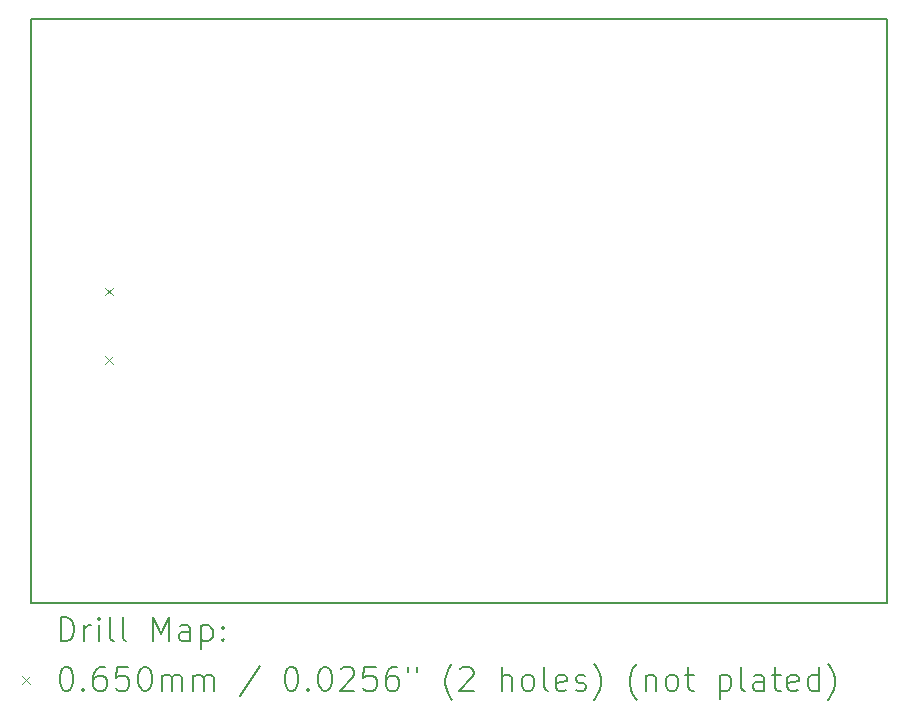
<source format=gbr>
%TF.GenerationSoftware,KiCad,Pcbnew,8.0.4*%
%TF.CreationDate,2024-07-27T17:20:50+08:00*%
%TF.ProjectId,DapLink_STM32F103CBT6,4461704c-696e-46b5-9f53-544d33324631,rev?*%
%TF.SameCoordinates,Original*%
%TF.FileFunction,Drillmap*%
%TF.FilePolarity,Positive*%
%FSLAX45Y45*%
G04 Gerber Fmt 4.5, Leading zero omitted, Abs format (unit mm)*
G04 Created by KiCad (PCBNEW 8.0.4) date 2024-07-27 17:20:50*
%MOMM*%
%LPD*%
G01*
G04 APERTURE LIST*
%ADD10C,0.200000*%
%ADD11C,0.100000*%
G04 APERTURE END LIST*
D10*
X3600000Y-6400000D02*
X10850000Y-6400000D01*
X10850000Y-11350000D01*
X3600000Y-11350000D01*
X3600000Y-6400000D01*
D11*
X4228000Y-8678500D02*
X4293000Y-8743500D01*
X4293000Y-8678500D02*
X4228000Y-8743500D01*
X4228000Y-9256500D02*
X4293000Y-9321500D01*
X4293000Y-9256500D02*
X4228000Y-9321500D01*
D10*
X3850777Y-11671484D02*
X3850777Y-11471484D01*
X3850777Y-11471484D02*
X3898396Y-11471484D01*
X3898396Y-11471484D02*
X3926967Y-11481008D01*
X3926967Y-11481008D02*
X3946015Y-11500055D01*
X3946015Y-11500055D02*
X3955539Y-11519103D01*
X3955539Y-11519103D02*
X3965062Y-11557198D01*
X3965062Y-11557198D02*
X3965062Y-11585769D01*
X3965062Y-11585769D02*
X3955539Y-11623865D01*
X3955539Y-11623865D02*
X3946015Y-11642912D01*
X3946015Y-11642912D02*
X3926967Y-11661960D01*
X3926967Y-11661960D02*
X3898396Y-11671484D01*
X3898396Y-11671484D02*
X3850777Y-11671484D01*
X4050777Y-11671484D02*
X4050777Y-11538150D01*
X4050777Y-11576246D02*
X4060301Y-11557198D01*
X4060301Y-11557198D02*
X4069824Y-11547674D01*
X4069824Y-11547674D02*
X4088872Y-11538150D01*
X4088872Y-11538150D02*
X4107920Y-11538150D01*
X4174586Y-11671484D02*
X4174586Y-11538150D01*
X4174586Y-11471484D02*
X4165062Y-11481008D01*
X4165062Y-11481008D02*
X4174586Y-11490531D01*
X4174586Y-11490531D02*
X4184110Y-11481008D01*
X4184110Y-11481008D02*
X4174586Y-11471484D01*
X4174586Y-11471484D02*
X4174586Y-11490531D01*
X4298396Y-11671484D02*
X4279348Y-11661960D01*
X4279348Y-11661960D02*
X4269824Y-11642912D01*
X4269824Y-11642912D02*
X4269824Y-11471484D01*
X4403158Y-11671484D02*
X4384110Y-11661960D01*
X4384110Y-11661960D02*
X4374586Y-11642912D01*
X4374586Y-11642912D02*
X4374586Y-11471484D01*
X4631729Y-11671484D02*
X4631729Y-11471484D01*
X4631729Y-11471484D02*
X4698396Y-11614341D01*
X4698396Y-11614341D02*
X4765063Y-11471484D01*
X4765063Y-11471484D02*
X4765063Y-11671484D01*
X4946015Y-11671484D02*
X4946015Y-11566722D01*
X4946015Y-11566722D02*
X4936491Y-11547674D01*
X4936491Y-11547674D02*
X4917444Y-11538150D01*
X4917444Y-11538150D02*
X4879348Y-11538150D01*
X4879348Y-11538150D02*
X4860301Y-11547674D01*
X4946015Y-11661960D02*
X4926967Y-11671484D01*
X4926967Y-11671484D02*
X4879348Y-11671484D01*
X4879348Y-11671484D02*
X4860301Y-11661960D01*
X4860301Y-11661960D02*
X4850777Y-11642912D01*
X4850777Y-11642912D02*
X4850777Y-11623865D01*
X4850777Y-11623865D02*
X4860301Y-11604817D01*
X4860301Y-11604817D02*
X4879348Y-11595293D01*
X4879348Y-11595293D02*
X4926967Y-11595293D01*
X4926967Y-11595293D02*
X4946015Y-11585769D01*
X5041253Y-11538150D02*
X5041253Y-11738150D01*
X5041253Y-11547674D02*
X5060301Y-11538150D01*
X5060301Y-11538150D02*
X5098396Y-11538150D01*
X5098396Y-11538150D02*
X5117444Y-11547674D01*
X5117444Y-11547674D02*
X5126967Y-11557198D01*
X5126967Y-11557198D02*
X5136491Y-11576246D01*
X5136491Y-11576246D02*
X5136491Y-11633388D01*
X5136491Y-11633388D02*
X5126967Y-11652436D01*
X5126967Y-11652436D02*
X5117444Y-11661960D01*
X5117444Y-11661960D02*
X5098396Y-11671484D01*
X5098396Y-11671484D02*
X5060301Y-11671484D01*
X5060301Y-11671484D02*
X5041253Y-11661960D01*
X5222205Y-11652436D02*
X5231729Y-11661960D01*
X5231729Y-11661960D02*
X5222205Y-11671484D01*
X5222205Y-11671484D02*
X5212682Y-11661960D01*
X5212682Y-11661960D02*
X5222205Y-11652436D01*
X5222205Y-11652436D02*
X5222205Y-11671484D01*
X5222205Y-11547674D02*
X5231729Y-11557198D01*
X5231729Y-11557198D02*
X5222205Y-11566722D01*
X5222205Y-11566722D02*
X5212682Y-11557198D01*
X5212682Y-11557198D02*
X5222205Y-11547674D01*
X5222205Y-11547674D02*
X5222205Y-11566722D01*
D11*
X3525000Y-11967500D02*
X3590000Y-12032500D01*
X3590000Y-11967500D02*
X3525000Y-12032500D01*
D10*
X3888872Y-11891484D02*
X3907920Y-11891484D01*
X3907920Y-11891484D02*
X3926967Y-11901008D01*
X3926967Y-11901008D02*
X3936491Y-11910531D01*
X3936491Y-11910531D02*
X3946015Y-11929579D01*
X3946015Y-11929579D02*
X3955539Y-11967674D01*
X3955539Y-11967674D02*
X3955539Y-12015293D01*
X3955539Y-12015293D02*
X3946015Y-12053388D01*
X3946015Y-12053388D02*
X3936491Y-12072436D01*
X3936491Y-12072436D02*
X3926967Y-12081960D01*
X3926967Y-12081960D02*
X3907920Y-12091484D01*
X3907920Y-12091484D02*
X3888872Y-12091484D01*
X3888872Y-12091484D02*
X3869824Y-12081960D01*
X3869824Y-12081960D02*
X3860301Y-12072436D01*
X3860301Y-12072436D02*
X3850777Y-12053388D01*
X3850777Y-12053388D02*
X3841253Y-12015293D01*
X3841253Y-12015293D02*
X3841253Y-11967674D01*
X3841253Y-11967674D02*
X3850777Y-11929579D01*
X3850777Y-11929579D02*
X3860301Y-11910531D01*
X3860301Y-11910531D02*
X3869824Y-11901008D01*
X3869824Y-11901008D02*
X3888872Y-11891484D01*
X4041253Y-12072436D02*
X4050777Y-12081960D01*
X4050777Y-12081960D02*
X4041253Y-12091484D01*
X4041253Y-12091484D02*
X4031729Y-12081960D01*
X4031729Y-12081960D02*
X4041253Y-12072436D01*
X4041253Y-12072436D02*
X4041253Y-12091484D01*
X4222205Y-11891484D02*
X4184110Y-11891484D01*
X4184110Y-11891484D02*
X4165062Y-11901008D01*
X4165062Y-11901008D02*
X4155539Y-11910531D01*
X4155539Y-11910531D02*
X4136491Y-11939103D01*
X4136491Y-11939103D02*
X4126967Y-11977198D01*
X4126967Y-11977198D02*
X4126967Y-12053388D01*
X4126967Y-12053388D02*
X4136491Y-12072436D01*
X4136491Y-12072436D02*
X4146015Y-12081960D01*
X4146015Y-12081960D02*
X4165062Y-12091484D01*
X4165062Y-12091484D02*
X4203158Y-12091484D01*
X4203158Y-12091484D02*
X4222205Y-12081960D01*
X4222205Y-12081960D02*
X4231729Y-12072436D01*
X4231729Y-12072436D02*
X4241253Y-12053388D01*
X4241253Y-12053388D02*
X4241253Y-12005769D01*
X4241253Y-12005769D02*
X4231729Y-11986722D01*
X4231729Y-11986722D02*
X4222205Y-11977198D01*
X4222205Y-11977198D02*
X4203158Y-11967674D01*
X4203158Y-11967674D02*
X4165062Y-11967674D01*
X4165062Y-11967674D02*
X4146015Y-11977198D01*
X4146015Y-11977198D02*
X4136491Y-11986722D01*
X4136491Y-11986722D02*
X4126967Y-12005769D01*
X4422205Y-11891484D02*
X4326967Y-11891484D01*
X4326967Y-11891484D02*
X4317444Y-11986722D01*
X4317444Y-11986722D02*
X4326967Y-11977198D01*
X4326967Y-11977198D02*
X4346015Y-11967674D01*
X4346015Y-11967674D02*
X4393634Y-11967674D01*
X4393634Y-11967674D02*
X4412682Y-11977198D01*
X4412682Y-11977198D02*
X4422205Y-11986722D01*
X4422205Y-11986722D02*
X4431729Y-12005769D01*
X4431729Y-12005769D02*
X4431729Y-12053388D01*
X4431729Y-12053388D02*
X4422205Y-12072436D01*
X4422205Y-12072436D02*
X4412682Y-12081960D01*
X4412682Y-12081960D02*
X4393634Y-12091484D01*
X4393634Y-12091484D02*
X4346015Y-12091484D01*
X4346015Y-12091484D02*
X4326967Y-12081960D01*
X4326967Y-12081960D02*
X4317444Y-12072436D01*
X4555539Y-11891484D02*
X4574586Y-11891484D01*
X4574586Y-11891484D02*
X4593634Y-11901008D01*
X4593634Y-11901008D02*
X4603158Y-11910531D01*
X4603158Y-11910531D02*
X4612682Y-11929579D01*
X4612682Y-11929579D02*
X4622205Y-11967674D01*
X4622205Y-11967674D02*
X4622205Y-12015293D01*
X4622205Y-12015293D02*
X4612682Y-12053388D01*
X4612682Y-12053388D02*
X4603158Y-12072436D01*
X4603158Y-12072436D02*
X4593634Y-12081960D01*
X4593634Y-12081960D02*
X4574586Y-12091484D01*
X4574586Y-12091484D02*
X4555539Y-12091484D01*
X4555539Y-12091484D02*
X4536491Y-12081960D01*
X4536491Y-12081960D02*
X4526967Y-12072436D01*
X4526967Y-12072436D02*
X4517444Y-12053388D01*
X4517444Y-12053388D02*
X4507920Y-12015293D01*
X4507920Y-12015293D02*
X4507920Y-11967674D01*
X4507920Y-11967674D02*
X4517444Y-11929579D01*
X4517444Y-11929579D02*
X4526967Y-11910531D01*
X4526967Y-11910531D02*
X4536491Y-11901008D01*
X4536491Y-11901008D02*
X4555539Y-11891484D01*
X4707920Y-12091484D02*
X4707920Y-11958150D01*
X4707920Y-11977198D02*
X4717444Y-11967674D01*
X4717444Y-11967674D02*
X4736491Y-11958150D01*
X4736491Y-11958150D02*
X4765063Y-11958150D01*
X4765063Y-11958150D02*
X4784110Y-11967674D01*
X4784110Y-11967674D02*
X4793634Y-11986722D01*
X4793634Y-11986722D02*
X4793634Y-12091484D01*
X4793634Y-11986722D02*
X4803158Y-11967674D01*
X4803158Y-11967674D02*
X4822205Y-11958150D01*
X4822205Y-11958150D02*
X4850777Y-11958150D01*
X4850777Y-11958150D02*
X4869825Y-11967674D01*
X4869825Y-11967674D02*
X4879348Y-11986722D01*
X4879348Y-11986722D02*
X4879348Y-12091484D01*
X4974586Y-12091484D02*
X4974586Y-11958150D01*
X4974586Y-11977198D02*
X4984110Y-11967674D01*
X4984110Y-11967674D02*
X5003158Y-11958150D01*
X5003158Y-11958150D02*
X5031729Y-11958150D01*
X5031729Y-11958150D02*
X5050777Y-11967674D01*
X5050777Y-11967674D02*
X5060301Y-11986722D01*
X5060301Y-11986722D02*
X5060301Y-12091484D01*
X5060301Y-11986722D02*
X5069825Y-11967674D01*
X5069825Y-11967674D02*
X5088872Y-11958150D01*
X5088872Y-11958150D02*
X5117444Y-11958150D01*
X5117444Y-11958150D02*
X5136491Y-11967674D01*
X5136491Y-11967674D02*
X5146015Y-11986722D01*
X5146015Y-11986722D02*
X5146015Y-12091484D01*
X5536491Y-11881960D02*
X5365063Y-12139103D01*
X5793634Y-11891484D02*
X5812682Y-11891484D01*
X5812682Y-11891484D02*
X5831729Y-11901008D01*
X5831729Y-11901008D02*
X5841253Y-11910531D01*
X5841253Y-11910531D02*
X5850777Y-11929579D01*
X5850777Y-11929579D02*
X5860301Y-11967674D01*
X5860301Y-11967674D02*
X5860301Y-12015293D01*
X5860301Y-12015293D02*
X5850777Y-12053388D01*
X5850777Y-12053388D02*
X5841253Y-12072436D01*
X5841253Y-12072436D02*
X5831729Y-12081960D01*
X5831729Y-12081960D02*
X5812682Y-12091484D01*
X5812682Y-12091484D02*
X5793634Y-12091484D01*
X5793634Y-12091484D02*
X5774586Y-12081960D01*
X5774586Y-12081960D02*
X5765063Y-12072436D01*
X5765063Y-12072436D02*
X5755539Y-12053388D01*
X5755539Y-12053388D02*
X5746015Y-12015293D01*
X5746015Y-12015293D02*
X5746015Y-11967674D01*
X5746015Y-11967674D02*
X5755539Y-11929579D01*
X5755539Y-11929579D02*
X5765063Y-11910531D01*
X5765063Y-11910531D02*
X5774586Y-11901008D01*
X5774586Y-11901008D02*
X5793634Y-11891484D01*
X5946015Y-12072436D02*
X5955539Y-12081960D01*
X5955539Y-12081960D02*
X5946015Y-12091484D01*
X5946015Y-12091484D02*
X5936491Y-12081960D01*
X5936491Y-12081960D02*
X5946015Y-12072436D01*
X5946015Y-12072436D02*
X5946015Y-12091484D01*
X6079348Y-11891484D02*
X6098396Y-11891484D01*
X6098396Y-11891484D02*
X6117444Y-11901008D01*
X6117444Y-11901008D02*
X6126967Y-11910531D01*
X6126967Y-11910531D02*
X6136491Y-11929579D01*
X6136491Y-11929579D02*
X6146015Y-11967674D01*
X6146015Y-11967674D02*
X6146015Y-12015293D01*
X6146015Y-12015293D02*
X6136491Y-12053388D01*
X6136491Y-12053388D02*
X6126967Y-12072436D01*
X6126967Y-12072436D02*
X6117444Y-12081960D01*
X6117444Y-12081960D02*
X6098396Y-12091484D01*
X6098396Y-12091484D02*
X6079348Y-12091484D01*
X6079348Y-12091484D02*
X6060301Y-12081960D01*
X6060301Y-12081960D02*
X6050777Y-12072436D01*
X6050777Y-12072436D02*
X6041253Y-12053388D01*
X6041253Y-12053388D02*
X6031729Y-12015293D01*
X6031729Y-12015293D02*
X6031729Y-11967674D01*
X6031729Y-11967674D02*
X6041253Y-11929579D01*
X6041253Y-11929579D02*
X6050777Y-11910531D01*
X6050777Y-11910531D02*
X6060301Y-11901008D01*
X6060301Y-11901008D02*
X6079348Y-11891484D01*
X6222206Y-11910531D02*
X6231729Y-11901008D01*
X6231729Y-11901008D02*
X6250777Y-11891484D01*
X6250777Y-11891484D02*
X6298396Y-11891484D01*
X6298396Y-11891484D02*
X6317444Y-11901008D01*
X6317444Y-11901008D02*
X6326967Y-11910531D01*
X6326967Y-11910531D02*
X6336491Y-11929579D01*
X6336491Y-11929579D02*
X6336491Y-11948627D01*
X6336491Y-11948627D02*
X6326967Y-11977198D01*
X6326967Y-11977198D02*
X6212682Y-12091484D01*
X6212682Y-12091484D02*
X6336491Y-12091484D01*
X6517444Y-11891484D02*
X6422206Y-11891484D01*
X6422206Y-11891484D02*
X6412682Y-11986722D01*
X6412682Y-11986722D02*
X6422206Y-11977198D01*
X6422206Y-11977198D02*
X6441253Y-11967674D01*
X6441253Y-11967674D02*
X6488872Y-11967674D01*
X6488872Y-11967674D02*
X6507920Y-11977198D01*
X6507920Y-11977198D02*
X6517444Y-11986722D01*
X6517444Y-11986722D02*
X6526967Y-12005769D01*
X6526967Y-12005769D02*
X6526967Y-12053388D01*
X6526967Y-12053388D02*
X6517444Y-12072436D01*
X6517444Y-12072436D02*
X6507920Y-12081960D01*
X6507920Y-12081960D02*
X6488872Y-12091484D01*
X6488872Y-12091484D02*
X6441253Y-12091484D01*
X6441253Y-12091484D02*
X6422206Y-12081960D01*
X6422206Y-12081960D02*
X6412682Y-12072436D01*
X6698396Y-11891484D02*
X6660301Y-11891484D01*
X6660301Y-11891484D02*
X6641253Y-11901008D01*
X6641253Y-11901008D02*
X6631729Y-11910531D01*
X6631729Y-11910531D02*
X6612682Y-11939103D01*
X6612682Y-11939103D02*
X6603158Y-11977198D01*
X6603158Y-11977198D02*
X6603158Y-12053388D01*
X6603158Y-12053388D02*
X6612682Y-12072436D01*
X6612682Y-12072436D02*
X6622206Y-12081960D01*
X6622206Y-12081960D02*
X6641253Y-12091484D01*
X6641253Y-12091484D02*
X6679348Y-12091484D01*
X6679348Y-12091484D02*
X6698396Y-12081960D01*
X6698396Y-12081960D02*
X6707920Y-12072436D01*
X6707920Y-12072436D02*
X6717444Y-12053388D01*
X6717444Y-12053388D02*
X6717444Y-12005769D01*
X6717444Y-12005769D02*
X6707920Y-11986722D01*
X6707920Y-11986722D02*
X6698396Y-11977198D01*
X6698396Y-11977198D02*
X6679348Y-11967674D01*
X6679348Y-11967674D02*
X6641253Y-11967674D01*
X6641253Y-11967674D02*
X6622206Y-11977198D01*
X6622206Y-11977198D02*
X6612682Y-11986722D01*
X6612682Y-11986722D02*
X6603158Y-12005769D01*
X6793634Y-11891484D02*
X6793634Y-11929579D01*
X6869825Y-11891484D02*
X6869825Y-11929579D01*
X7165063Y-12167674D02*
X7155539Y-12158150D01*
X7155539Y-12158150D02*
X7136491Y-12129579D01*
X7136491Y-12129579D02*
X7126968Y-12110531D01*
X7126968Y-12110531D02*
X7117444Y-12081960D01*
X7117444Y-12081960D02*
X7107920Y-12034341D01*
X7107920Y-12034341D02*
X7107920Y-11996246D01*
X7107920Y-11996246D02*
X7117444Y-11948627D01*
X7117444Y-11948627D02*
X7126968Y-11920055D01*
X7126968Y-11920055D02*
X7136491Y-11901008D01*
X7136491Y-11901008D02*
X7155539Y-11872436D01*
X7155539Y-11872436D02*
X7165063Y-11862912D01*
X7231729Y-11910531D02*
X7241253Y-11901008D01*
X7241253Y-11901008D02*
X7260301Y-11891484D01*
X7260301Y-11891484D02*
X7307920Y-11891484D01*
X7307920Y-11891484D02*
X7326968Y-11901008D01*
X7326968Y-11901008D02*
X7336491Y-11910531D01*
X7336491Y-11910531D02*
X7346015Y-11929579D01*
X7346015Y-11929579D02*
X7346015Y-11948627D01*
X7346015Y-11948627D02*
X7336491Y-11977198D01*
X7336491Y-11977198D02*
X7222206Y-12091484D01*
X7222206Y-12091484D02*
X7346015Y-12091484D01*
X7584110Y-12091484D02*
X7584110Y-11891484D01*
X7669825Y-12091484D02*
X7669825Y-11986722D01*
X7669825Y-11986722D02*
X7660301Y-11967674D01*
X7660301Y-11967674D02*
X7641253Y-11958150D01*
X7641253Y-11958150D02*
X7612682Y-11958150D01*
X7612682Y-11958150D02*
X7593634Y-11967674D01*
X7593634Y-11967674D02*
X7584110Y-11977198D01*
X7793634Y-12091484D02*
X7774587Y-12081960D01*
X7774587Y-12081960D02*
X7765063Y-12072436D01*
X7765063Y-12072436D02*
X7755539Y-12053388D01*
X7755539Y-12053388D02*
X7755539Y-11996246D01*
X7755539Y-11996246D02*
X7765063Y-11977198D01*
X7765063Y-11977198D02*
X7774587Y-11967674D01*
X7774587Y-11967674D02*
X7793634Y-11958150D01*
X7793634Y-11958150D02*
X7822206Y-11958150D01*
X7822206Y-11958150D02*
X7841253Y-11967674D01*
X7841253Y-11967674D02*
X7850777Y-11977198D01*
X7850777Y-11977198D02*
X7860301Y-11996246D01*
X7860301Y-11996246D02*
X7860301Y-12053388D01*
X7860301Y-12053388D02*
X7850777Y-12072436D01*
X7850777Y-12072436D02*
X7841253Y-12081960D01*
X7841253Y-12081960D02*
X7822206Y-12091484D01*
X7822206Y-12091484D02*
X7793634Y-12091484D01*
X7974587Y-12091484D02*
X7955539Y-12081960D01*
X7955539Y-12081960D02*
X7946015Y-12062912D01*
X7946015Y-12062912D02*
X7946015Y-11891484D01*
X8126968Y-12081960D02*
X8107920Y-12091484D01*
X8107920Y-12091484D02*
X8069825Y-12091484D01*
X8069825Y-12091484D02*
X8050777Y-12081960D01*
X8050777Y-12081960D02*
X8041253Y-12062912D01*
X8041253Y-12062912D02*
X8041253Y-11986722D01*
X8041253Y-11986722D02*
X8050777Y-11967674D01*
X8050777Y-11967674D02*
X8069825Y-11958150D01*
X8069825Y-11958150D02*
X8107920Y-11958150D01*
X8107920Y-11958150D02*
X8126968Y-11967674D01*
X8126968Y-11967674D02*
X8136491Y-11986722D01*
X8136491Y-11986722D02*
X8136491Y-12005769D01*
X8136491Y-12005769D02*
X8041253Y-12024817D01*
X8212682Y-12081960D02*
X8231730Y-12091484D01*
X8231730Y-12091484D02*
X8269825Y-12091484D01*
X8269825Y-12091484D02*
X8288872Y-12081960D01*
X8288872Y-12081960D02*
X8298396Y-12062912D01*
X8298396Y-12062912D02*
X8298396Y-12053388D01*
X8298396Y-12053388D02*
X8288872Y-12034341D01*
X8288872Y-12034341D02*
X8269825Y-12024817D01*
X8269825Y-12024817D02*
X8241253Y-12024817D01*
X8241253Y-12024817D02*
X8222206Y-12015293D01*
X8222206Y-12015293D02*
X8212682Y-11996246D01*
X8212682Y-11996246D02*
X8212682Y-11986722D01*
X8212682Y-11986722D02*
X8222206Y-11967674D01*
X8222206Y-11967674D02*
X8241253Y-11958150D01*
X8241253Y-11958150D02*
X8269825Y-11958150D01*
X8269825Y-11958150D02*
X8288872Y-11967674D01*
X8365063Y-12167674D02*
X8374587Y-12158150D01*
X8374587Y-12158150D02*
X8393634Y-12129579D01*
X8393634Y-12129579D02*
X8403158Y-12110531D01*
X8403158Y-12110531D02*
X8412682Y-12081960D01*
X8412682Y-12081960D02*
X8422206Y-12034341D01*
X8422206Y-12034341D02*
X8422206Y-11996246D01*
X8422206Y-11996246D02*
X8412682Y-11948627D01*
X8412682Y-11948627D02*
X8403158Y-11920055D01*
X8403158Y-11920055D02*
X8393634Y-11901008D01*
X8393634Y-11901008D02*
X8374587Y-11872436D01*
X8374587Y-11872436D02*
X8365063Y-11862912D01*
X8726968Y-12167674D02*
X8717444Y-12158150D01*
X8717444Y-12158150D02*
X8698396Y-12129579D01*
X8698396Y-12129579D02*
X8688873Y-12110531D01*
X8688873Y-12110531D02*
X8679349Y-12081960D01*
X8679349Y-12081960D02*
X8669825Y-12034341D01*
X8669825Y-12034341D02*
X8669825Y-11996246D01*
X8669825Y-11996246D02*
X8679349Y-11948627D01*
X8679349Y-11948627D02*
X8688873Y-11920055D01*
X8688873Y-11920055D02*
X8698396Y-11901008D01*
X8698396Y-11901008D02*
X8717444Y-11872436D01*
X8717444Y-11872436D02*
X8726968Y-11862912D01*
X8803158Y-11958150D02*
X8803158Y-12091484D01*
X8803158Y-11977198D02*
X8812682Y-11967674D01*
X8812682Y-11967674D02*
X8831730Y-11958150D01*
X8831730Y-11958150D02*
X8860301Y-11958150D01*
X8860301Y-11958150D02*
X8879349Y-11967674D01*
X8879349Y-11967674D02*
X8888873Y-11986722D01*
X8888873Y-11986722D02*
X8888873Y-12091484D01*
X9012682Y-12091484D02*
X8993634Y-12081960D01*
X8993634Y-12081960D02*
X8984111Y-12072436D01*
X8984111Y-12072436D02*
X8974587Y-12053388D01*
X8974587Y-12053388D02*
X8974587Y-11996246D01*
X8974587Y-11996246D02*
X8984111Y-11977198D01*
X8984111Y-11977198D02*
X8993634Y-11967674D01*
X8993634Y-11967674D02*
X9012682Y-11958150D01*
X9012682Y-11958150D02*
X9041254Y-11958150D01*
X9041254Y-11958150D02*
X9060301Y-11967674D01*
X9060301Y-11967674D02*
X9069825Y-11977198D01*
X9069825Y-11977198D02*
X9079349Y-11996246D01*
X9079349Y-11996246D02*
X9079349Y-12053388D01*
X9079349Y-12053388D02*
X9069825Y-12072436D01*
X9069825Y-12072436D02*
X9060301Y-12081960D01*
X9060301Y-12081960D02*
X9041254Y-12091484D01*
X9041254Y-12091484D02*
X9012682Y-12091484D01*
X9136492Y-11958150D02*
X9212682Y-11958150D01*
X9165063Y-11891484D02*
X9165063Y-12062912D01*
X9165063Y-12062912D02*
X9174587Y-12081960D01*
X9174587Y-12081960D02*
X9193634Y-12091484D01*
X9193634Y-12091484D02*
X9212682Y-12091484D01*
X9431730Y-11958150D02*
X9431730Y-12158150D01*
X9431730Y-11967674D02*
X9450777Y-11958150D01*
X9450777Y-11958150D02*
X9488873Y-11958150D01*
X9488873Y-11958150D02*
X9507920Y-11967674D01*
X9507920Y-11967674D02*
X9517444Y-11977198D01*
X9517444Y-11977198D02*
X9526968Y-11996246D01*
X9526968Y-11996246D02*
X9526968Y-12053388D01*
X9526968Y-12053388D02*
X9517444Y-12072436D01*
X9517444Y-12072436D02*
X9507920Y-12081960D01*
X9507920Y-12081960D02*
X9488873Y-12091484D01*
X9488873Y-12091484D02*
X9450777Y-12091484D01*
X9450777Y-12091484D02*
X9431730Y-12081960D01*
X9641254Y-12091484D02*
X9622206Y-12081960D01*
X9622206Y-12081960D02*
X9612682Y-12062912D01*
X9612682Y-12062912D02*
X9612682Y-11891484D01*
X9803158Y-12091484D02*
X9803158Y-11986722D01*
X9803158Y-11986722D02*
X9793635Y-11967674D01*
X9793635Y-11967674D02*
X9774587Y-11958150D01*
X9774587Y-11958150D02*
X9736492Y-11958150D01*
X9736492Y-11958150D02*
X9717444Y-11967674D01*
X9803158Y-12081960D02*
X9784111Y-12091484D01*
X9784111Y-12091484D02*
X9736492Y-12091484D01*
X9736492Y-12091484D02*
X9717444Y-12081960D01*
X9717444Y-12081960D02*
X9707920Y-12062912D01*
X9707920Y-12062912D02*
X9707920Y-12043865D01*
X9707920Y-12043865D02*
X9717444Y-12024817D01*
X9717444Y-12024817D02*
X9736492Y-12015293D01*
X9736492Y-12015293D02*
X9784111Y-12015293D01*
X9784111Y-12015293D02*
X9803158Y-12005769D01*
X9869825Y-11958150D02*
X9946015Y-11958150D01*
X9898396Y-11891484D02*
X9898396Y-12062912D01*
X9898396Y-12062912D02*
X9907920Y-12081960D01*
X9907920Y-12081960D02*
X9926968Y-12091484D01*
X9926968Y-12091484D02*
X9946015Y-12091484D01*
X10088873Y-12081960D02*
X10069825Y-12091484D01*
X10069825Y-12091484D02*
X10031730Y-12091484D01*
X10031730Y-12091484D02*
X10012682Y-12081960D01*
X10012682Y-12081960D02*
X10003158Y-12062912D01*
X10003158Y-12062912D02*
X10003158Y-11986722D01*
X10003158Y-11986722D02*
X10012682Y-11967674D01*
X10012682Y-11967674D02*
X10031730Y-11958150D01*
X10031730Y-11958150D02*
X10069825Y-11958150D01*
X10069825Y-11958150D02*
X10088873Y-11967674D01*
X10088873Y-11967674D02*
X10098396Y-11986722D01*
X10098396Y-11986722D02*
X10098396Y-12005769D01*
X10098396Y-12005769D02*
X10003158Y-12024817D01*
X10269825Y-12091484D02*
X10269825Y-11891484D01*
X10269825Y-12081960D02*
X10250777Y-12091484D01*
X10250777Y-12091484D02*
X10212682Y-12091484D01*
X10212682Y-12091484D02*
X10193635Y-12081960D01*
X10193635Y-12081960D02*
X10184111Y-12072436D01*
X10184111Y-12072436D02*
X10174587Y-12053388D01*
X10174587Y-12053388D02*
X10174587Y-11996246D01*
X10174587Y-11996246D02*
X10184111Y-11977198D01*
X10184111Y-11977198D02*
X10193635Y-11967674D01*
X10193635Y-11967674D02*
X10212682Y-11958150D01*
X10212682Y-11958150D02*
X10250777Y-11958150D01*
X10250777Y-11958150D02*
X10269825Y-11967674D01*
X10346016Y-12167674D02*
X10355539Y-12158150D01*
X10355539Y-12158150D02*
X10374587Y-12129579D01*
X10374587Y-12129579D02*
X10384111Y-12110531D01*
X10384111Y-12110531D02*
X10393635Y-12081960D01*
X10393635Y-12081960D02*
X10403158Y-12034341D01*
X10403158Y-12034341D02*
X10403158Y-11996246D01*
X10403158Y-11996246D02*
X10393635Y-11948627D01*
X10393635Y-11948627D02*
X10384111Y-11920055D01*
X10384111Y-11920055D02*
X10374587Y-11901008D01*
X10374587Y-11901008D02*
X10355539Y-11872436D01*
X10355539Y-11872436D02*
X10346016Y-11862912D01*
M02*

</source>
